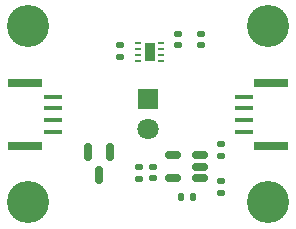
<source format=gts>
%TF.GenerationSoftware,KiCad,Pcbnew,7.0.2-6a45011f42~172~ubuntu22.04.1*%
%TF.CreationDate,2023-09-16T18:58:55-07:00*%
%TF.ProjectId,i_control_led,695f636f-6e74-4726-9f6c-5f6c65642e6b,rev?*%
%TF.SameCoordinates,Original*%
%TF.FileFunction,Soldermask,Top*%
%TF.FilePolarity,Negative*%
%FSLAX46Y46*%
G04 Gerber Fmt 4.6, Leading zero omitted, Abs format (unit mm)*
G04 Created by KiCad (PCBNEW 7.0.2-6a45011f42~172~ubuntu22.04.1) date 2023-09-16 18:58:55*
%MOMM*%
%LPD*%
G01*
G04 APERTURE LIST*
G04 Aperture macros list*
%AMRoundRect*
0 Rectangle with rounded corners*
0 $1 Rounding radius*
0 $2 $3 $4 $5 $6 $7 $8 $9 X,Y pos of 4 corners*
0 Add a 4 corners polygon primitive as box body*
4,1,4,$2,$3,$4,$5,$6,$7,$8,$9,$2,$3,0*
0 Add four circle primitives for the rounded corners*
1,1,$1+$1,$2,$3*
1,1,$1+$1,$4,$5*
1,1,$1+$1,$6,$7*
1,1,$1+$1,$8,$9*
0 Add four rect primitives between the rounded corners*
20,1,$1+$1,$2,$3,$4,$5,0*
20,1,$1+$1,$4,$5,$6,$7,0*
20,1,$1+$1,$6,$7,$8,$9,0*
20,1,$1+$1,$8,$9,$2,$3,0*%
G04 Aperture macros list end*
%ADD10C,3.570000*%
%ADD11R,1.800000X1.800000*%
%ADD12C,1.800000*%
%ADD13R,3.000000X0.800000*%
%ADD14R,1.600000X0.400000*%
%ADD15RoundRect,0.135000X-0.185000X0.135000X-0.185000X-0.135000X0.185000X-0.135000X0.185000X0.135000X0*%
%ADD16RoundRect,0.150000X0.512500X0.150000X-0.512500X0.150000X-0.512500X-0.150000X0.512500X-0.150000X0*%
%ADD17RoundRect,0.140000X0.170000X-0.140000X0.170000X0.140000X-0.170000X0.140000X-0.170000X-0.140000X0*%
%ADD18R,0.500000X0.250000*%
%ADD19R,0.900000X1.600000*%
%ADD20RoundRect,0.135000X0.185000X-0.135000X0.185000X0.135000X-0.185000X0.135000X-0.185000X-0.135000X0*%
%ADD21RoundRect,0.135000X-0.135000X-0.185000X0.135000X-0.185000X0.135000X0.185000X-0.135000X0.185000X0*%
%ADD22RoundRect,0.140000X-0.170000X0.140000X-0.170000X-0.140000X0.170000X-0.140000X0.170000X0.140000X0*%
%ADD23RoundRect,0.150000X-0.150000X0.587500X-0.150000X-0.587500X0.150000X-0.587500X0.150000X0.587500X0*%
G04 APERTURE END LIST*
D10*
%TO.C,M1*%
X52540000Y-52540000D03*
%TD*%
%TO.C,M2*%
X72860000Y-52540000D03*
%TD*%
%TO.C,M3*%
X72860000Y-67460000D03*
%TD*%
%TO.C,M4*%
X52540000Y-67460000D03*
%TD*%
D11*
%TO.C,D1*%
X62700000Y-58730000D03*
D12*
X62700000Y-61270000D03*
%TD*%
D13*
%TO.C,J1*%
X52300000Y-62650000D03*
X52300000Y-57350000D03*
D14*
X54625000Y-58500000D03*
X54625000Y-59500000D03*
X54625000Y-60500000D03*
X54625000Y-61500000D03*
%TD*%
D13*
%TO.C,J2*%
X73100000Y-57350000D03*
X73100000Y-62650000D03*
D14*
X70775000Y-61500000D03*
X70775000Y-60500000D03*
X70775000Y-59500000D03*
X70775000Y-58500000D03*
%TD*%
D15*
%TO.C,R1*%
X68870000Y-62540000D03*
X68870000Y-63560000D03*
%TD*%
D16*
%TO.C,U2*%
X67100000Y-65375000D03*
X67100000Y-64425000D03*
X67100000Y-63475000D03*
X64825000Y-63475000D03*
X64825000Y-65375000D03*
%TD*%
D17*
%TO.C,C4*%
X63150000Y-65430000D03*
X63150000Y-64470000D03*
%TD*%
D18*
%TO.C,U1*%
X61875000Y-53990000D03*
X61875000Y-54490000D03*
X61875000Y-54990000D03*
X61875000Y-55490000D03*
X63775000Y-55490000D03*
X63775000Y-54990000D03*
X63775000Y-54490000D03*
X63775000Y-53990000D03*
D19*
X62825000Y-54740000D03*
%TD*%
D17*
%TO.C,C3*%
X67140000Y-54130000D03*
X67140000Y-53170000D03*
%TD*%
D20*
%TO.C,R3*%
X68880000Y-66630000D03*
X68880000Y-65610000D03*
%TD*%
D21*
%TO.C,R2*%
X65455000Y-66975000D03*
X66475000Y-66975000D03*
%TD*%
D22*
%TO.C,C1*%
X65200000Y-53185000D03*
X65200000Y-54145000D03*
%TD*%
D17*
%TO.C,C5*%
X61925000Y-65435000D03*
X61925000Y-64475000D03*
%TD*%
D23*
%TO.C,Q1*%
X59500000Y-63225000D03*
X57600000Y-63225000D03*
X58550000Y-65100000D03*
%TD*%
D17*
%TO.C,C2*%
X60330000Y-55110000D03*
X60330000Y-54150000D03*
%TD*%
M02*

</source>
